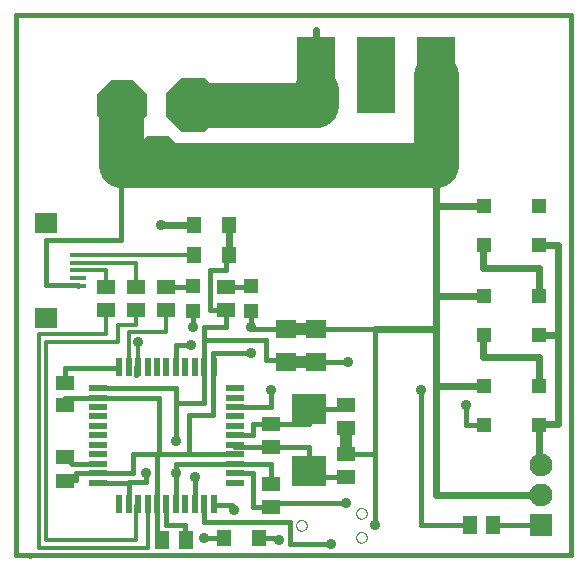
<source format=gtl>
G75*
%MOIN*%
%OFA0B0*%
%FSLAX25Y25*%
%IPPOS*%
%LPD*%
%AMOC8*
5,1,8,0,0,1.08239X$1,22.5*
%
%ADD10C,0.00000*%
%ADD11C,0.01600*%
%ADD12R,0.06299X0.05118*%
%ADD13R,0.01969X0.05906*%
%ADD14R,0.05906X0.01969*%
%ADD15R,0.05118X0.06299*%
%ADD16R,0.11811X0.09843*%
%ADD17R,0.05512X0.01378*%
%ADD18R,0.07480X0.07087*%
%ADD19OC8,0.18173*%
%ADD20OC8,0.16598*%
%ADD21R,0.05118X0.04724*%
%ADD22R,0.07600X0.07600*%
%ADD23C,0.07600*%
%ADD24R,0.05118X0.05906*%
%ADD25R,0.12800X0.25400*%
%ADD26R,0.07087X0.06299*%
%ADD27R,0.04724X0.05512*%
%ADD28R,0.04724X0.04724*%
%ADD29R,0.05906X0.05118*%
%ADD30C,0.09370*%
%ADD31C,0.03562*%
%ADD32C,0.04000*%
%ADD33C,0.01800*%
%ADD34C,0.15000*%
%ADD35C,0.02400*%
%ADD36C,0.01200*%
D10*
X0005500Y0003008D02*
X0010500Y0002008D01*
X0098750Y0013008D02*
X0098752Y0013091D01*
X0098758Y0013174D01*
X0098768Y0013257D01*
X0098782Y0013339D01*
X0098799Y0013421D01*
X0098821Y0013501D01*
X0098846Y0013580D01*
X0098875Y0013658D01*
X0098908Y0013735D01*
X0098945Y0013810D01*
X0098984Y0013883D01*
X0099028Y0013954D01*
X0099074Y0014023D01*
X0099124Y0014090D01*
X0099177Y0014154D01*
X0099233Y0014216D01*
X0099292Y0014275D01*
X0099354Y0014331D01*
X0099418Y0014384D01*
X0099485Y0014434D01*
X0099554Y0014480D01*
X0099625Y0014524D01*
X0099698Y0014563D01*
X0099773Y0014600D01*
X0099850Y0014633D01*
X0099928Y0014662D01*
X0100007Y0014687D01*
X0100087Y0014709D01*
X0100169Y0014726D01*
X0100251Y0014740D01*
X0100334Y0014750D01*
X0100417Y0014756D01*
X0100500Y0014758D01*
X0100583Y0014756D01*
X0100666Y0014750D01*
X0100749Y0014740D01*
X0100831Y0014726D01*
X0100913Y0014709D01*
X0100993Y0014687D01*
X0101072Y0014662D01*
X0101150Y0014633D01*
X0101227Y0014600D01*
X0101302Y0014563D01*
X0101375Y0014524D01*
X0101446Y0014480D01*
X0101515Y0014434D01*
X0101582Y0014384D01*
X0101646Y0014331D01*
X0101708Y0014275D01*
X0101767Y0014216D01*
X0101823Y0014154D01*
X0101876Y0014090D01*
X0101926Y0014023D01*
X0101972Y0013954D01*
X0102016Y0013883D01*
X0102055Y0013810D01*
X0102092Y0013735D01*
X0102125Y0013658D01*
X0102154Y0013580D01*
X0102179Y0013501D01*
X0102201Y0013421D01*
X0102218Y0013339D01*
X0102232Y0013257D01*
X0102242Y0013174D01*
X0102248Y0013091D01*
X0102250Y0013008D01*
X0102248Y0012925D01*
X0102242Y0012842D01*
X0102232Y0012759D01*
X0102218Y0012677D01*
X0102201Y0012595D01*
X0102179Y0012515D01*
X0102154Y0012436D01*
X0102125Y0012358D01*
X0102092Y0012281D01*
X0102055Y0012206D01*
X0102016Y0012133D01*
X0101972Y0012062D01*
X0101926Y0011993D01*
X0101876Y0011926D01*
X0101823Y0011862D01*
X0101767Y0011800D01*
X0101708Y0011741D01*
X0101646Y0011685D01*
X0101582Y0011632D01*
X0101515Y0011582D01*
X0101446Y0011536D01*
X0101375Y0011492D01*
X0101302Y0011453D01*
X0101227Y0011416D01*
X0101150Y0011383D01*
X0101072Y0011354D01*
X0100993Y0011329D01*
X0100913Y0011307D01*
X0100831Y0011290D01*
X0100749Y0011276D01*
X0100666Y0011266D01*
X0100583Y0011260D01*
X0100500Y0011258D01*
X0100417Y0011260D01*
X0100334Y0011266D01*
X0100251Y0011276D01*
X0100169Y0011290D01*
X0100087Y0011307D01*
X0100007Y0011329D01*
X0099928Y0011354D01*
X0099850Y0011383D01*
X0099773Y0011416D01*
X0099698Y0011453D01*
X0099625Y0011492D01*
X0099554Y0011536D01*
X0099485Y0011582D01*
X0099418Y0011632D01*
X0099354Y0011685D01*
X0099292Y0011741D01*
X0099233Y0011800D01*
X0099177Y0011862D01*
X0099124Y0011926D01*
X0099074Y0011993D01*
X0099028Y0012062D01*
X0098984Y0012133D01*
X0098945Y0012206D01*
X0098908Y0012281D01*
X0098875Y0012358D01*
X0098846Y0012436D01*
X0098821Y0012515D01*
X0098799Y0012595D01*
X0098782Y0012677D01*
X0098768Y0012759D01*
X0098758Y0012842D01*
X0098752Y0012925D01*
X0098750Y0013008D01*
X0118750Y0009008D02*
X0118752Y0009091D01*
X0118758Y0009174D01*
X0118768Y0009257D01*
X0118782Y0009339D01*
X0118799Y0009421D01*
X0118821Y0009501D01*
X0118846Y0009580D01*
X0118875Y0009658D01*
X0118908Y0009735D01*
X0118945Y0009810D01*
X0118984Y0009883D01*
X0119028Y0009954D01*
X0119074Y0010023D01*
X0119124Y0010090D01*
X0119177Y0010154D01*
X0119233Y0010216D01*
X0119292Y0010275D01*
X0119354Y0010331D01*
X0119418Y0010384D01*
X0119485Y0010434D01*
X0119554Y0010480D01*
X0119625Y0010524D01*
X0119698Y0010563D01*
X0119773Y0010600D01*
X0119850Y0010633D01*
X0119928Y0010662D01*
X0120007Y0010687D01*
X0120087Y0010709D01*
X0120169Y0010726D01*
X0120251Y0010740D01*
X0120334Y0010750D01*
X0120417Y0010756D01*
X0120500Y0010758D01*
X0120583Y0010756D01*
X0120666Y0010750D01*
X0120749Y0010740D01*
X0120831Y0010726D01*
X0120913Y0010709D01*
X0120993Y0010687D01*
X0121072Y0010662D01*
X0121150Y0010633D01*
X0121227Y0010600D01*
X0121302Y0010563D01*
X0121375Y0010524D01*
X0121446Y0010480D01*
X0121515Y0010434D01*
X0121582Y0010384D01*
X0121646Y0010331D01*
X0121708Y0010275D01*
X0121767Y0010216D01*
X0121823Y0010154D01*
X0121876Y0010090D01*
X0121926Y0010023D01*
X0121972Y0009954D01*
X0122016Y0009883D01*
X0122055Y0009810D01*
X0122092Y0009735D01*
X0122125Y0009658D01*
X0122154Y0009580D01*
X0122179Y0009501D01*
X0122201Y0009421D01*
X0122218Y0009339D01*
X0122232Y0009257D01*
X0122242Y0009174D01*
X0122248Y0009091D01*
X0122250Y0009008D01*
X0122248Y0008925D01*
X0122242Y0008842D01*
X0122232Y0008759D01*
X0122218Y0008677D01*
X0122201Y0008595D01*
X0122179Y0008515D01*
X0122154Y0008436D01*
X0122125Y0008358D01*
X0122092Y0008281D01*
X0122055Y0008206D01*
X0122016Y0008133D01*
X0121972Y0008062D01*
X0121926Y0007993D01*
X0121876Y0007926D01*
X0121823Y0007862D01*
X0121767Y0007800D01*
X0121708Y0007741D01*
X0121646Y0007685D01*
X0121582Y0007632D01*
X0121515Y0007582D01*
X0121446Y0007536D01*
X0121375Y0007492D01*
X0121302Y0007453D01*
X0121227Y0007416D01*
X0121150Y0007383D01*
X0121072Y0007354D01*
X0120993Y0007329D01*
X0120913Y0007307D01*
X0120831Y0007290D01*
X0120749Y0007276D01*
X0120666Y0007266D01*
X0120583Y0007260D01*
X0120500Y0007258D01*
X0120417Y0007260D01*
X0120334Y0007266D01*
X0120251Y0007276D01*
X0120169Y0007290D01*
X0120087Y0007307D01*
X0120007Y0007329D01*
X0119928Y0007354D01*
X0119850Y0007383D01*
X0119773Y0007416D01*
X0119698Y0007453D01*
X0119625Y0007492D01*
X0119554Y0007536D01*
X0119485Y0007582D01*
X0119418Y0007632D01*
X0119354Y0007685D01*
X0119292Y0007741D01*
X0119233Y0007800D01*
X0119177Y0007862D01*
X0119124Y0007926D01*
X0119074Y0007993D01*
X0119028Y0008062D01*
X0118984Y0008133D01*
X0118945Y0008206D01*
X0118908Y0008281D01*
X0118875Y0008358D01*
X0118846Y0008436D01*
X0118821Y0008515D01*
X0118799Y0008595D01*
X0118782Y0008677D01*
X0118768Y0008759D01*
X0118758Y0008842D01*
X0118752Y0008925D01*
X0118750Y0009008D01*
X0118750Y0017008D02*
X0118752Y0017091D01*
X0118758Y0017174D01*
X0118768Y0017257D01*
X0118782Y0017339D01*
X0118799Y0017421D01*
X0118821Y0017501D01*
X0118846Y0017580D01*
X0118875Y0017658D01*
X0118908Y0017735D01*
X0118945Y0017810D01*
X0118984Y0017883D01*
X0119028Y0017954D01*
X0119074Y0018023D01*
X0119124Y0018090D01*
X0119177Y0018154D01*
X0119233Y0018216D01*
X0119292Y0018275D01*
X0119354Y0018331D01*
X0119418Y0018384D01*
X0119485Y0018434D01*
X0119554Y0018480D01*
X0119625Y0018524D01*
X0119698Y0018563D01*
X0119773Y0018600D01*
X0119850Y0018633D01*
X0119928Y0018662D01*
X0120007Y0018687D01*
X0120087Y0018709D01*
X0120169Y0018726D01*
X0120251Y0018740D01*
X0120334Y0018750D01*
X0120417Y0018756D01*
X0120500Y0018758D01*
X0120583Y0018756D01*
X0120666Y0018750D01*
X0120749Y0018740D01*
X0120831Y0018726D01*
X0120913Y0018709D01*
X0120993Y0018687D01*
X0121072Y0018662D01*
X0121150Y0018633D01*
X0121227Y0018600D01*
X0121302Y0018563D01*
X0121375Y0018524D01*
X0121446Y0018480D01*
X0121515Y0018434D01*
X0121582Y0018384D01*
X0121646Y0018331D01*
X0121708Y0018275D01*
X0121767Y0018216D01*
X0121823Y0018154D01*
X0121876Y0018090D01*
X0121926Y0018023D01*
X0121972Y0017954D01*
X0122016Y0017883D01*
X0122055Y0017810D01*
X0122092Y0017735D01*
X0122125Y0017658D01*
X0122154Y0017580D01*
X0122179Y0017501D01*
X0122201Y0017421D01*
X0122218Y0017339D01*
X0122232Y0017257D01*
X0122242Y0017174D01*
X0122248Y0017091D01*
X0122250Y0017008D01*
X0122248Y0016925D01*
X0122242Y0016842D01*
X0122232Y0016759D01*
X0122218Y0016677D01*
X0122201Y0016595D01*
X0122179Y0016515D01*
X0122154Y0016436D01*
X0122125Y0016358D01*
X0122092Y0016281D01*
X0122055Y0016206D01*
X0122016Y0016133D01*
X0121972Y0016062D01*
X0121926Y0015993D01*
X0121876Y0015926D01*
X0121823Y0015862D01*
X0121767Y0015800D01*
X0121708Y0015741D01*
X0121646Y0015685D01*
X0121582Y0015632D01*
X0121515Y0015582D01*
X0121446Y0015536D01*
X0121375Y0015492D01*
X0121302Y0015453D01*
X0121227Y0015416D01*
X0121150Y0015383D01*
X0121072Y0015354D01*
X0120993Y0015329D01*
X0120913Y0015307D01*
X0120831Y0015290D01*
X0120749Y0015276D01*
X0120666Y0015266D01*
X0120583Y0015260D01*
X0120500Y0015258D01*
X0120417Y0015260D01*
X0120334Y0015266D01*
X0120251Y0015276D01*
X0120169Y0015290D01*
X0120087Y0015307D01*
X0120007Y0015329D01*
X0119928Y0015354D01*
X0119850Y0015383D01*
X0119773Y0015416D01*
X0119698Y0015453D01*
X0119625Y0015492D01*
X0119554Y0015536D01*
X0119485Y0015582D01*
X0119418Y0015632D01*
X0119354Y0015685D01*
X0119292Y0015741D01*
X0119233Y0015800D01*
X0119177Y0015862D01*
X0119124Y0015926D01*
X0119074Y0015993D01*
X0119028Y0016062D01*
X0118984Y0016133D01*
X0118945Y0016206D01*
X0118908Y0016281D01*
X0118875Y0016358D01*
X0118846Y0016436D01*
X0118821Y0016515D01*
X0118799Y0016595D01*
X0118782Y0016677D01*
X0118768Y0016759D01*
X0118758Y0016842D01*
X0118752Y0016925D01*
X0118750Y0017008D01*
D11*
X0005500Y0003008D02*
X0005500Y0183008D01*
X0190500Y0183008D01*
X0190500Y0003008D01*
X0005500Y0003008D01*
X0021750Y0027821D02*
X0021750Y0028008D01*
X0025500Y0028008D01*
X0025500Y0030410D01*
X0032665Y0030410D01*
X0044250Y0030410D01*
X0044250Y0036758D01*
X0053000Y0036758D01*
X0053000Y0055607D01*
X0032665Y0055607D01*
X0021750Y0055607D01*
X0021750Y0053018D01*
X0021750Y0060498D02*
X0021750Y0065508D01*
X0039752Y0065508D01*
X0039752Y0065843D01*
X0045500Y0065843D02*
X0045500Y0063008D01*
X0045500Y0065843D02*
X0046051Y0065843D01*
X0058625Y0058756D02*
X0058625Y0053633D01*
X0058625Y0041133D01*
X0063000Y0036758D02*
X0053000Y0036758D01*
X0052350Y0036709D02*
X0052350Y0020174D01*
X0052350Y0008008D01*
X0054063Y0008008D01*
X0055500Y0013008D02*
X0055500Y0020174D01*
X0058650Y0020174D02*
X0058650Y0033560D01*
X0078335Y0033560D01*
X0090500Y0033560D01*
X0090500Y0026748D01*
X0084250Y0030410D02*
X0084250Y0019258D01*
X0090500Y0019258D01*
X0090500Y0019268D01*
X0090500Y0020508D01*
X0115500Y0020508D01*
X0124875Y0013008D02*
X0124875Y0036758D01*
X0124875Y0078520D01*
X0105500Y0078520D01*
X0095500Y0068008D02*
X0088625Y0068008D01*
X0088625Y0074883D01*
X0068098Y0074883D01*
X0068098Y0065843D01*
X0068000Y0065843D01*
X0068000Y0053633D01*
X0058625Y0053633D01*
X0063000Y0049883D02*
X0063000Y0036758D01*
X0078335Y0036758D01*
X0078335Y0036709D01*
X0052350Y0036709D01*
X0058625Y0033560D02*
X0058625Y0030508D01*
X0058625Y0033560D02*
X0078335Y0033560D01*
X0078335Y0030410D02*
X0084250Y0030410D01*
X0084250Y0039258D02*
X0078335Y0039258D01*
X0078335Y0039859D01*
X0078335Y0043008D02*
X0084250Y0043008D01*
X0084250Y0046748D01*
X0090500Y0046748D01*
X0103000Y0046748D01*
X0103000Y0051857D01*
X0115500Y0051857D01*
X0115500Y0053195D01*
X0103000Y0039268D02*
X0103000Y0031266D01*
X0103000Y0029071D01*
X0115500Y0029071D01*
X0115687Y0036758D02*
X0115500Y0036945D01*
X0115500Y0038008D01*
X0115687Y0036758D02*
X0124875Y0036758D01*
X0103000Y0039268D02*
X0090500Y0039268D01*
X0084250Y0039268D01*
X0084250Y0039258D01*
X0071125Y0049883D02*
X0063000Y0049883D01*
X0071125Y0049883D02*
X0071125Y0065843D01*
X0071248Y0065843D01*
X0058625Y0058756D02*
X0032665Y0058756D01*
X0064250Y0079258D02*
X0064250Y0084499D01*
X0068098Y0079258D02*
X0068098Y0074883D01*
X0068098Y0079258D02*
X0075500Y0079258D01*
X0075500Y0084893D01*
X0083625Y0079258D02*
X0083625Y0078520D01*
X0080731Y0092373D02*
X0075500Y0092373D01*
X0080731Y0092373D02*
X0083625Y0092767D01*
X0064250Y0092767D02*
X0063856Y0092373D01*
X0055500Y0092373D01*
X0040500Y0107998D02*
X0040500Y0138008D01*
X0040500Y0107998D02*
X0030500Y0107998D01*
X0030500Y0108008D01*
X0015500Y0108008D01*
X0015500Y0093008D01*
X0025933Y0093008D01*
X0025933Y0092890D01*
X0021750Y0035695D02*
X0023886Y0033560D01*
X0032665Y0033560D01*
X0032665Y0027260D02*
X0042902Y0027260D01*
X0042902Y0027383D01*
X0048625Y0027383D01*
X0048625Y0030508D01*
X0042902Y0027260D02*
X0042902Y0020174D01*
X0055500Y0013008D02*
X0061750Y0013008D01*
X0061750Y0008008D01*
X0061937Y0008008D01*
X0068000Y0008633D02*
X0074594Y0008633D01*
X0068000Y0014258D02*
X0096750Y0014258D01*
X0096750Y0006758D01*
X0110500Y0006758D01*
X0093000Y0008008D02*
X0092375Y0008633D01*
X0086406Y0008633D01*
X0078000Y0018008D02*
X0077375Y0018008D01*
X0077375Y0019883D01*
X0071248Y0019883D01*
X0071248Y0020174D01*
X0068098Y0020174D02*
X0068098Y0014982D01*
X0068000Y0014258D01*
X0064949Y0020174D02*
X0064949Y0025508D01*
X0064875Y0029258D01*
D12*
X0090500Y0026748D03*
X0090500Y0019268D03*
X0115500Y0029071D03*
X0115500Y0036945D03*
X0115500Y0045321D03*
X0115500Y0053195D03*
X0090500Y0046748D03*
X0090500Y0039268D03*
X0055500Y0084893D03*
X0055500Y0092373D03*
X0045500Y0092373D03*
X0035500Y0092373D03*
X0035500Y0084893D03*
X0045500Y0084893D03*
X0021750Y0060498D03*
X0021750Y0053018D03*
X0021750Y0035695D03*
X0021750Y0027821D03*
D13*
X0039752Y0020174D03*
X0042902Y0020174D03*
X0046051Y0020174D03*
X0049201Y0020174D03*
X0052350Y0020174D03*
X0055500Y0020174D03*
X0058650Y0020174D03*
X0061799Y0020174D03*
X0064949Y0020174D03*
X0068098Y0020174D03*
X0071248Y0020174D03*
X0071248Y0065843D03*
X0068098Y0065843D03*
X0064949Y0065843D03*
X0061799Y0065843D03*
X0058650Y0065843D03*
X0055500Y0065843D03*
X0052350Y0065843D03*
X0049201Y0065843D03*
X0046051Y0065843D03*
X0042902Y0065843D03*
X0039752Y0065843D03*
D14*
X0032665Y0058756D03*
X0032665Y0055607D03*
X0032665Y0052457D03*
X0032665Y0049308D03*
X0032665Y0046158D03*
X0032665Y0043008D03*
X0032665Y0039859D03*
X0032665Y0036709D03*
X0032665Y0033560D03*
X0032665Y0030410D03*
X0032665Y0027260D03*
X0078335Y0027260D03*
X0078335Y0030410D03*
X0078335Y0033560D03*
X0078335Y0036709D03*
X0078335Y0039859D03*
X0078335Y0043008D03*
X0078335Y0046158D03*
X0078335Y0049308D03*
X0078335Y0052457D03*
X0078335Y0055607D03*
X0078335Y0058756D03*
D15*
X0061937Y0008008D03*
X0054063Y0008008D03*
D16*
X0103000Y0031266D03*
X0103000Y0051857D03*
D17*
X0025933Y0092890D03*
X0025933Y0095449D03*
X0025933Y0098008D03*
X0025933Y0100567D03*
X0025933Y0103126D03*
D18*
X0015500Y0113756D03*
X0015500Y0082260D03*
D19*
X0064437Y0153008D03*
D20*
X0040815Y0153008D03*
X0052626Y0134504D03*
D21*
X0161248Y0119504D03*
X0161248Y0106512D03*
X0179752Y0106512D03*
X0179752Y0119504D03*
X0179752Y0089504D03*
X0179752Y0076512D03*
X0161248Y0076512D03*
X0161248Y0089504D03*
X0161248Y0059504D03*
X0161248Y0046512D03*
X0179752Y0046512D03*
X0179752Y0059504D03*
D22*
X0180500Y0013008D03*
D23*
X0180500Y0023008D03*
X0180500Y0033008D03*
D24*
X0164240Y0013008D03*
X0156760Y0013008D03*
D25*
X0145500Y0163008D03*
X0125500Y0163008D03*
X0105500Y0163008D03*
D26*
X0105500Y0078520D03*
X0095500Y0078520D03*
X0095500Y0067497D03*
X0105500Y0067497D03*
D27*
X0076406Y0103008D03*
X0064594Y0103008D03*
X0064594Y0113008D03*
X0076406Y0113008D03*
X0074594Y0008633D03*
X0086406Y0008633D03*
D28*
X0083625Y0084499D03*
X0083625Y0092767D03*
X0064250Y0092767D03*
X0064250Y0084499D03*
D29*
X0075500Y0084893D03*
X0075500Y0092373D03*
D30*
X0105815Y0160095D02*
X0105815Y0169465D01*
X0125500Y0169465D02*
X0125500Y0160095D01*
X0145185Y0160095D02*
X0145185Y0169465D01*
D31*
X0053625Y0113008D03*
X0064250Y0079258D03*
X0063625Y0073008D03*
X0046125Y0074258D03*
X0083625Y0070508D03*
X0083625Y0079258D03*
X0090500Y0058008D03*
X0116125Y0067383D03*
X0140500Y0058008D03*
X0155500Y0053008D03*
X0115500Y0020508D03*
X0124875Y0013008D03*
X0110500Y0006758D03*
X0093000Y0008008D03*
X0078000Y0018008D03*
X0068000Y0008633D03*
X0064875Y0029258D03*
X0058625Y0030508D03*
X0048625Y0030508D03*
X0058625Y0041133D03*
D32*
X0095500Y0067497D02*
X0105500Y0067497D01*
X0105500Y0078520D02*
X0095500Y0078520D01*
X0115500Y0045321D02*
X0115500Y0038008D01*
D33*
X0090500Y0052457D02*
X0090500Y0058008D01*
X0090500Y0052457D02*
X0078335Y0052457D01*
X0071125Y0065843D02*
X0071125Y0070508D01*
X0083625Y0070508D01*
X0083625Y0078520D02*
X0083625Y0084499D01*
X0083625Y0078520D02*
X0095500Y0078520D01*
X0105500Y0067497D02*
X0116125Y0067497D01*
X0116125Y0067383D01*
X0140500Y0058008D02*
X0140500Y0013008D01*
X0156760Y0013008D01*
X0164240Y0013008D02*
X0180500Y0013008D01*
X0161248Y0046512D02*
X0155500Y0046512D01*
X0155500Y0053008D01*
X0075500Y0084893D02*
X0072375Y0084883D01*
X0069875Y0084883D01*
X0069875Y0098008D01*
X0075500Y0098008D01*
X0075500Y0103008D01*
X0076406Y0103008D01*
X0063625Y0073008D02*
X0058650Y0073008D01*
X0058650Y0065843D01*
X0058625Y0073008D02*
X0058650Y0073008D01*
X0145500Y0118008D02*
X0145500Y0163008D01*
X0145185Y0163323D01*
X0145185Y0164780D01*
X0125500Y0164780D02*
X0125500Y0163008D01*
X0125500Y0153008D01*
X0105500Y0153008D02*
X0105500Y0163008D01*
D34*
X0105500Y0158008D02*
X0105500Y0153008D01*
X0064437Y0153008D01*
X0040815Y0153008D02*
X0040500Y0153008D01*
X0040500Y0138008D01*
X0040500Y0133008D01*
X0145500Y0133008D01*
X0145500Y0163008D01*
D35*
X0105815Y0164780D02*
X0105500Y0164780D01*
X0105500Y0178008D01*
X0145500Y0133008D02*
X0145500Y0119504D01*
X0145500Y0118008D01*
X0145500Y0089504D01*
X0145500Y0078520D01*
X0124875Y0078520D01*
X0145500Y0078520D02*
X0145500Y0059504D01*
X0145500Y0023008D01*
X0180500Y0023008D01*
X0180500Y0033008D02*
X0179752Y0033008D01*
X0179752Y0046512D01*
X0179752Y0046758D01*
X0186125Y0046758D01*
X0186125Y0076512D01*
X0186125Y0106512D01*
X0179752Y0106512D01*
X0179752Y0098633D02*
X0179752Y0089504D01*
X0179752Y0098633D02*
X0161125Y0098633D01*
X0161125Y0106512D01*
X0161248Y0106512D01*
X0161248Y0119504D02*
X0145500Y0119504D01*
X0145500Y0089504D02*
X0161248Y0089504D01*
X0161248Y0076512D02*
X0161125Y0076512D01*
X0161125Y0069258D01*
X0179752Y0069258D01*
X0179752Y0059504D01*
X0161248Y0059504D02*
X0145500Y0059504D01*
X0179752Y0076512D02*
X0186125Y0076512D01*
X0095500Y0068008D02*
X0095500Y0067497D01*
X0076406Y0103008D02*
X0076406Y0113008D01*
X0064594Y0113008D02*
X0053625Y0113008D01*
D36*
X0064594Y0103008D02*
X0035500Y0103008D01*
X0035500Y0103126D01*
X0025933Y0103126D01*
X0025933Y0100567D02*
X0045500Y0100567D01*
X0045500Y0092373D01*
X0035500Y0092373D02*
X0035500Y0098008D01*
X0025933Y0098008D01*
X0035500Y0084893D02*
X0035500Y0076758D01*
X0013000Y0076758D01*
X0013000Y0005508D01*
X0049250Y0005508D01*
X0049250Y0020124D01*
X0049201Y0020174D01*
X0046051Y0020174D02*
X0045500Y0019623D01*
X0045500Y0008008D01*
X0015500Y0008008D01*
X0015500Y0074258D01*
X0039250Y0074258D01*
X0039250Y0079883D01*
X0045500Y0079883D01*
X0045500Y0084893D01*
X0042902Y0077383D02*
X0042902Y0065843D01*
X0046051Y0065843D02*
X0046125Y0065843D01*
X0046125Y0074258D01*
X0042902Y0077383D02*
X0055500Y0077383D01*
X0055500Y0084893D01*
X0105500Y0163008D02*
X0105500Y0164780D01*
M02*

</source>
